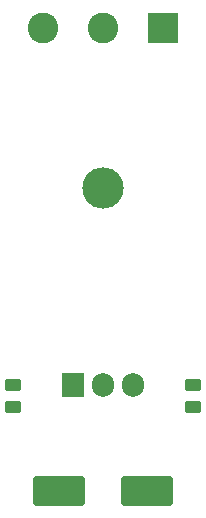
<source format=gbr>
%TF.GenerationSoftware,KiCad,Pcbnew,7.0.2*%
%TF.CreationDate,2023-05-13T17:25:18+02:00*%
%TF.ProjectId,Einschaltstrombegrenzung,45696e73-6368-4616-9c74-7374726f6d62,rev?*%
%TF.SameCoordinates,Original*%
%TF.FileFunction,Soldermask,Top*%
%TF.FilePolarity,Negative*%
%FSLAX46Y46*%
G04 Gerber Fmt 4.6, Leading zero omitted, Abs format (unit mm)*
G04 Created by KiCad (PCBNEW 7.0.2) date 2023-05-13 17:25:18*
%MOMM*%
%LPD*%
G01*
G04 APERTURE LIST*
G04 Aperture macros list*
%AMRoundRect*
0 Rectangle with rounded corners*
0 $1 Rounding radius*
0 $2 $3 $4 $5 $6 $7 $8 $9 X,Y pos of 4 corners*
0 Add a 4 corners polygon primitive as box body*
4,1,4,$2,$3,$4,$5,$6,$7,$8,$9,$2,$3,0*
0 Add four circle primitives for the rounded corners*
1,1,$1+$1,$2,$3*
1,1,$1+$1,$4,$5*
1,1,$1+$1,$6,$7*
1,1,$1+$1,$8,$9*
0 Add four rect primitives between the rounded corners*
20,1,$1+$1,$2,$3,$4,$5,0*
20,1,$1+$1,$4,$5,$6,$7,0*
20,1,$1+$1,$6,$7,$8,$9,0*
20,1,$1+$1,$8,$9,$2,$3,0*%
G04 Aperture macros list end*
%ADD10R,2.600000X2.600000*%
%ADD11C,2.600000*%
%ADD12RoundRect,0.250000X-0.450000X0.262500X-0.450000X-0.262500X0.450000X-0.262500X0.450000X0.262500X0*%
%ADD13RoundRect,0.250000X-1.950000X-1.000000X1.950000X-1.000000X1.950000X1.000000X-1.950000X1.000000X0*%
%ADD14RoundRect,0.250000X0.450000X-0.262500X0.450000X0.262500X-0.450000X0.262500X-0.450000X-0.262500X0*%
%ADD15O,3.500000X3.500000*%
%ADD16R,1.905000X2.000000*%
%ADD17O,1.905000X2.000000*%
G04 APERTURE END LIST*
D10*
%TO.C,J2*%
X142240000Y-72937500D03*
D11*
X137160000Y-72937500D03*
X132080000Y-72937500D03*
%TD*%
D12*
%TO.C,R1*%
X144780000Y-103227500D03*
X144780000Y-105052500D03*
%TD*%
D13*
%TO.C,C1*%
X133460000Y-112167500D03*
X140860000Y-112167500D03*
%TD*%
D14*
%TO.C,R2*%
X129540000Y-105052500D03*
X129540000Y-103227500D03*
%TD*%
D15*
%TO.C,Q1*%
X137160000Y-86550000D03*
D16*
X134620000Y-103210000D03*
D17*
X137160000Y-103210000D03*
X139700000Y-103210000D03*
%TD*%
M02*

</source>
